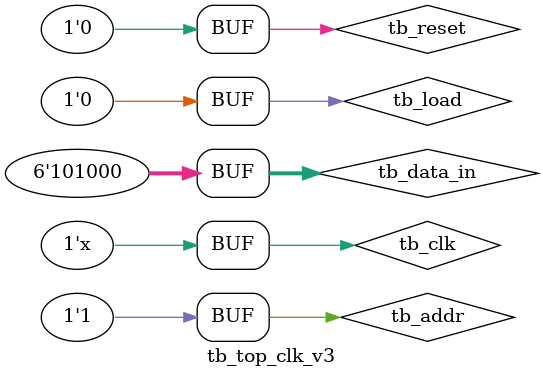
<source format=v>
`timescale 1ns / 1ps
 
module tb_top_clk_v3();
	
	reg  		tb_clk;
	reg  		tb_reset; 
	reg    		tb_load;
	reg  [1:0]	tb_addrs;
	reg  [5:0]	tb_data_in;
	wire [5:0]  tb_seconds_out;
	wire [5:0]	tb_minutes_out;	
 
	initial 
	begin
		tb_clk = 1'b0;
		tb_reset = 1'b1;
		tb_load = 1'b0;
		tb_addr = 2'b01;
		tb_data_in = 6'd40;
		#100 
		tb_reset = 1'b0;
		#500
		tb_load = 1'b1;
		tb_load = 1'b0;	
	end
 
	always
	begin
		#5 tb_clk = ~tb_clk; //100 MHz 
	end
  
	top_clk_v3 DUT 
	(
		tb_clk  ,
		tb_reset,
		tb_load,
		tb_addrs,
		tb_data_in,
		tb_seconds_out,
		tb_minutes_out
	);
  
  
endmodule

</source>
